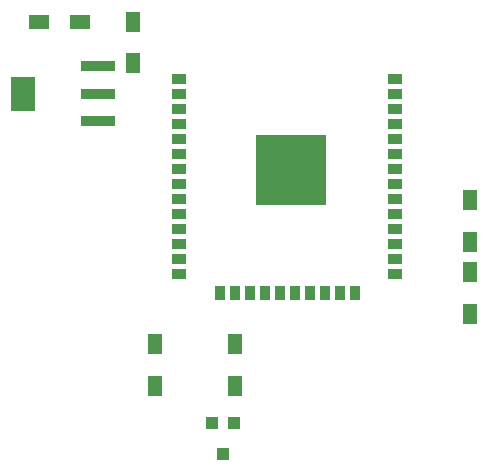
<source format=gtp>
G04 Layer_Color=8421504*
%FSLAX25Y25*%
%MOIN*%
G70*
G01*
G75*
%ADD10R,0.04921X0.06693*%
%ADD11R,0.06693X0.04921*%
%ADD12R,0.03937X0.03937*%
%ADD13R,0.23622X0.23622*%
%ADD14R,0.04724X0.03543*%
%ADD15R,0.03543X0.04724*%
%ADD16R,0.11811X0.03543*%
%ADD17R,0.07874X0.11811*%
D10*
X682500Y199000D02*
D03*
Y185024D02*
D03*
Y223000D02*
D03*
Y209024D02*
D03*
X570000Y268524D02*
D03*
Y282500D02*
D03*
X577500Y161024D02*
D03*
Y175000D02*
D03*
X604000Y174976D02*
D03*
Y161000D02*
D03*
D11*
X552500Y282500D02*
D03*
X538524D02*
D03*
D12*
X596260Y148618D02*
D03*
X603740D02*
D03*
X600000Y138382D02*
D03*
D13*
X622622Y233051D02*
D03*
D14*
X657508Y263500D02*
D03*
Y258500D02*
D03*
Y253500D02*
D03*
Y248500D02*
D03*
Y243500D02*
D03*
Y238500D02*
D03*
Y233500D02*
D03*
Y228500D02*
D03*
Y223500D02*
D03*
Y218500D02*
D03*
Y213500D02*
D03*
Y208500D02*
D03*
Y203500D02*
D03*
Y198500D02*
D03*
X585508D02*
D03*
Y203500D02*
D03*
Y208500D02*
D03*
Y213500D02*
D03*
Y218500D02*
D03*
Y223500D02*
D03*
Y228500D02*
D03*
Y233500D02*
D03*
Y238500D02*
D03*
Y243500D02*
D03*
Y248500D02*
D03*
Y253500D02*
D03*
Y258500D02*
D03*
Y263500D02*
D03*
D15*
X644000Y192000D02*
D03*
X639000D02*
D03*
X634000D02*
D03*
X629000D02*
D03*
X624000D02*
D03*
X619000D02*
D03*
X614000D02*
D03*
X609000D02*
D03*
X604000D02*
D03*
X599008D02*
D03*
D16*
X558303Y249445D02*
D03*
Y258500D02*
D03*
Y267555D02*
D03*
D17*
X533500Y258500D02*
D03*
M02*

</source>
